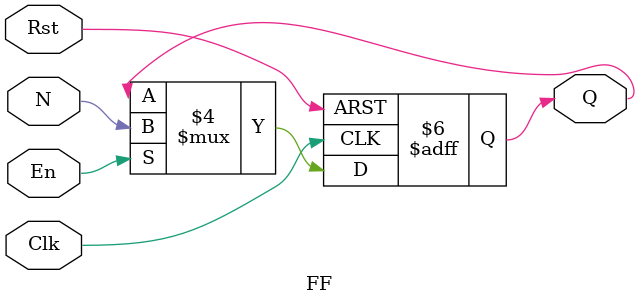
<source format=v>
`timescale 1ns / 1ps


module FF(
    input  wire N,
    input  wire Clk,
    input  wire En,
    input  wire Rst,
    output reg  Q
);

    always @(posedge Clk or posedge Rst) begin
        if (Rst == 1'b1)
            Q <= 1'b0;
        else if (En == 1'b1)
            Q <= N;
    end

endmodule


</source>
